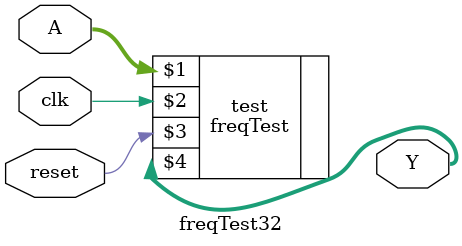
<source format=sv>
module freqTest32(input logic[31:0] A,
input logic clk, reset,
output  logic [31:0] Y);

freqTest #(32) test (A, clk, reset, Y);

endmodule

</source>
